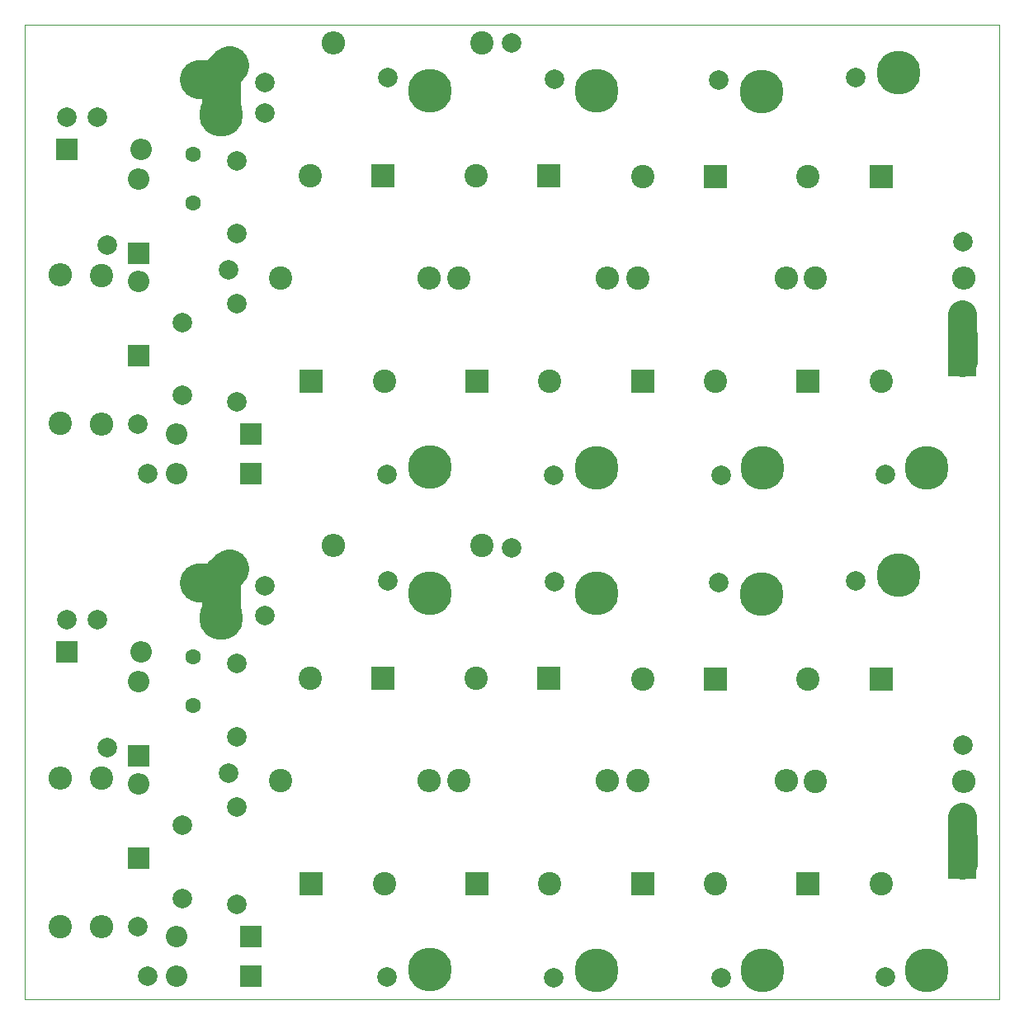
<source format=gbr>
G04 #@! TF.GenerationSoftware,KiCad,Pcbnew,5.1.4-e60b266~84~ubuntu16.04.1*
G04 #@! TF.CreationDate,2019-10-09T11:36:19-05:00*
G04 #@! TF.ProjectId,8cap,38636170-2e6b-4696-9361-645f70636258,rev?*
G04 #@! TF.SameCoordinates,Original*
G04 #@! TF.FileFunction,Copper,L1,Top*
G04 #@! TF.FilePolarity,Positive*
%FSLAX46Y46*%
G04 Gerber Fmt 4.6, Leading zero omitted, Abs format (unit mm)*
G04 Created by KiCad (PCBNEW 5.1.4-e60b266~84~ubuntu16.04.1) date 2019-10-09 11:36:19*
%MOMM*%
%LPD*%
G04 APERTURE LIST*
G04 #@! TA.AperFunction,NonConductor*
%ADD10C,0.050000*%
G04 #@! TD*
G04 #@! TA.AperFunction,ComponentPad*
%ADD11R,2.400000X2.400000*%
G04 #@! TD*
G04 #@! TA.AperFunction,ComponentPad*
%ADD12C,2.400000*%
G04 #@! TD*
G04 #@! TA.AperFunction,ComponentPad*
%ADD13C,4.500880*%
G04 #@! TD*
G04 #@! TA.AperFunction,ComponentPad*
%ADD14C,1.998980*%
G04 #@! TD*
G04 #@! TA.AperFunction,ComponentPad*
%ADD15R,2.200000X2.200000*%
G04 #@! TD*
G04 #@! TA.AperFunction,ComponentPad*
%ADD16O,2.200000X2.200000*%
G04 #@! TD*
G04 #@! TA.AperFunction,ComponentPad*
%ADD17O,2.400000X2.400000*%
G04 #@! TD*
G04 #@! TA.AperFunction,SMDPad,CuDef*
%ADD18R,3.000000X3.000000*%
G04 #@! TD*
G04 #@! TA.AperFunction,ComponentPad*
%ADD19C,2.000000*%
G04 #@! TD*
G04 #@! TA.AperFunction,ComponentPad*
%ADD20C,1.600000*%
G04 #@! TD*
G04 #@! TA.AperFunction,ViaPad*
%ADD21C,0.800000*%
G04 #@! TD*
G04 #@! TA.AperFunction,Conductor*
%ADD22C,4.000000*%
G04 #@! TD*
G04 #@! TA.AperFunction,Conductor*
%ADD23C,3.000000*%
G04 #@! TD*
G04 APERTURE END LIST*
D10*
X100000000Y-150000000D02*
X100000000Y-50000000D01*
X200000000Y-150000000D02*
X100000000Y-150000000D01*
X200000000Y-50000000D02*
X200000000Y-150000000D01*
X100000000Y-50000000D02*
X200000000Y-50000000D01*
D11*
G04 #@! TO.P,C5,1*
G04 #@! TO.N,N/C*
X180390000Y-86550000D03*
D12*
G04 #@! TO.P,C5,2*
X187890000Y-86550000D03*
G04 #@! TD*
D11*
G04 #@! TO.P,C6,1*
G04 #@! TO.N,N/C*
X163390000Y-86550000D03*
D12*
G04 #@! TO.P,C6,2*
X170890000Y-86550000D03*
G04 #@! TD*
D13*
G04 #@! TO.P,V7,1*
G04 #@! TO.N,N/C*
X158690000Y-95450000D03*
G04 #@! TD*
G04 #@! TO.P,V8,1*
G04 #@! TO.N,N/C*
X141590000Y-95350000D03*
G04 #@! TD*
D14*
G04 #@! TO.P,AC1,1*
G04 #@! TO.N,N/C*
X108500000Y-72600000D03*
G04 #@! TD*
G04 #@! TO.P,AC2,1*
G04 #@! TO.N,N/C*
X112590000Y-96050000D03*
G04 #@! TD*
D15*
G04 #@! TO.P,D2,1*
G04 #@! TO.N,N/C*
X104290000Y-62750000D03*
D16*
G04 #@! TO.P,D2,2*
X111910000Y-62750000D03*
G04 #@! TD*
D14*
G04 #@! TO.P,V7,1*
G04 #@! TO.N,N/C*
X154300000Y-96200000D03*
G04 #@! TD*
G04 #@! TO.P,V8,1*
G04 #@! TO.N,N/C*
X137200000Y-96100000D03*
G04 #@! TD*
D15*
G04 #@! TO.P,D1,1*
G04 #@! TO.N,N/C*
X111690000Y-73450000D03*
D16*
G04 #@! TO.P,D1,2*
X111690000Y-65830000D03*
G04 #@! TD*
D12*
G04 #@! TO.P,R3,1*
G04 #@! TO.N,N/C*
X162930000Y-75960000D03*
D17*
G04 #@! TO.P,R3,2*
X178170000Y-75960000D03*
G04 #@! TD*
D13*
G04 #@! TO.P,V5,1*
G04 #@! TO.N,N/C*
X192590000Y-95450000D03*
G04 #@! TD*
G04 #@! TO.P,V6,1*
G04 #@! TO.N,N/C*
X175690000Y-95450000D03*
G04 #@! TD*
D12*
G04 #@! TO.P,R5,1*
G04 #@! TO.N,N/C*
X126220000Y-75960000D03*
D17*
G04 #@! TO.P,R5,2*
X141460000Y-75960000D03*
G04 #@! TD*
D14*
G04 #@! TO.P,AC2,1*
G04 #@! TO.N,N/C*
X107470000Y-59450000D03*
G04 #@! TD*
G04 #@! TO.P,PROBE,1*
G04 #@! TO.N,N/C*
X196300000Y-72300000D03*
G04 #@! TD*
G04 #@! TO.P,V0,1*
G04 #@! TO.N,N/C*
X124690000Y-59050000D03*
G04 #@! TD*
D12*
G04 #@! TO.P,R7,1*
G04 #@! TO.N,N/C*
X103690000Y-90900000D03*
D17*
G04 #@! TO.P,R7,2*
X103690000Y-75660000D03*
G04 #@! TD*
D15*
G04 #@! TO.P,D3,1*
G04 #@! TO.N,N/C*
X111690000Y-83950000D03*
D16*
G04 #@! TO.P,D3,2*
X111690000Y-76330000D03*
G04 #@! TD*
D18*
G04 #@! TO.P,V0,1*
G04 #@! TO.N,N/C*
X120990000Y-54150000D03*
G04 #@! TD*
D14*
G04 #@! TO.P,PROBE,1*
G04 #@! TO.N,N/C*
X150000000Y-51900000D03*
G04 #@! TD*
G04 #@! TO.P,AC2,1*
G04 #@! TO.N,N/C*
X104340000Y-59450000D03*
G04 #@! TD*
D15*
G04 #@! TO.P,D5,1*
G04 #@! TO.N,N/C*
X123210000Y-91950000D03*
D16*
G04 #@! TO.P,D5,2*
X115590000Y-91950000D03*
G04 #@! TD*
D14*
G04 #@! TO.P,TRIG,1*
G04 #@! TO.N,N/C*
X120890000Y-75150000D03*
G04 #@! TD*
G04 #@! TO.P,AC0,1*
G04 #@! TO.N,N/C*
X111600000Y-90950000D03*
G04 #@! TD*
D13*
G04 #@! TO.P,V1,1*
G04 #@! TO.N,N/C*
X141590000Y-56750000D03*
G04 #@! TD*
G04 #@! TO.P,V2,1*
G04 #@! TO.N,N/C*
X158690000Y-56750000D03*
G04 #@! TD*
D12*
G04 #@! TO.P,R2,1*
G04 #@! TO.N,N/C*
X181150000Y-76030000D03*
D17*
G04 #@! TO.P,R2,2*
X196390000Y-76030000D03*
G04 #@! TD*
D13*
G04 #@! TO.P,V3,1*
G04 #@! TO.N,N/C*
X175590000Y-56850000D03*
G04 #@! TD*
G04 #@! TO.P,V4,1*
G04 #@! TO.N,N/C*
X189700000Y-54900000D03*
G04 #@! TD*
D14*
G04 #@! TO.P,V0,1*
G04 #@! TO.N,N/C*
X124690000Y-55950000D03*
G04 #@! TD*
D13*
G04 #@! TO.P,V0,1*
G04 #@! TO.N,N/C*
X120190000Y-59250000D03*
G04 #@! TD*
D14*
G04 #@! TO.P,V3,1*
G04 #@! TO.N,N/C*
X171190000Y-55650000D03*
G04 #@! TD*
G04 #@! TO.P,V4,1*
G04 #@! TO.N,N/C*
X185250000Y-55450000D03*
G04 #@! TD*
D12*
G04 #@! TO.P,R1,1*
G04 #@! TO.N,N/C*
X146890000Y-51850000D03*
D17*
G04 #@! TO.P,R1,2*
X131650000Y-51850000D03*
G04 #@! TD*
D11*
G04 #@! TO.P,C1,1*
G04 #@! TO.N,N/C*
X136790000Y-65450000D03*
D12*
G04 #@! TO.P,C1,2*
X129290000Y-65450000D03*
G04 #@! TD*
D11*
G04 #@! TO.P,C2,1*
G04 #@! TO.N,N/C*
X153790000Y-65450000D03*
D12*
G04 #@! TO.P,C2,2*
X146290000Y-65450000D03*
G04 #@! TD*
D11*
G04 #@! TO.P,C3,1*
G04 #@! TO.N,N/C*
X170890000Y-65550000D03*
D12*
G04 #@! TO.P,C3,2*
X163390000Y-65550000D03*
G04 #@! TD*
D11*
G04 #@! TO.P,C4,1*
G04 #@! TO.N,N/C*
X187890000Y-65550000D03*
D12*
G04 #@! TO.P,C4,2*
X180390000Y-65550000D03*
G04 #@! TD*
D15*
G04 #@! TO.P,D4,1*
G04 #@! TO.N,N/C*
X123190000Y-96050000D03*
D16*
G04 #@! TO.P,D4,2*
X115570000Y-96050000D03*
G04 #@! TD*
D14*
G04 #@! TO.P,PROBE,1*
G04 #@! TO.N,N/C*
X196200000Y-79700000D03*
G04 #@! TD*
D19*
G04 #@! TO.P,C12,1*
G04 #@! TO.N,N/C*
X121790000Y-88650000D03*
G04 #@! TO.P,C12,2*
X121790000Y-78650000D03*
G04 #@! TD*
D12*
G04 #@! TO.P,R6,1*
G04 #@! TO.N,N/C*
X107900000Y-75700000D03*
D17*
G04 #@! TO.P,R6,2*
X107900000Y-90940000D03*
G04 #@! TD*
D18*
G04 #@! TO.P,PROBE,1*
G04 #@! TO.N,N/C*
X196200000Y-84600000D03*
G04 #@! TD*
D12*
G04 #@! TO.P,R4,1*
G04 #@! TO.N,N/C*
X144580000Y-75960000D03*
D17*
G04 #@! TO.P,R4,2*
X159820000Y-75960000D03*
G04 #@! TD*
D19*
G04 #@! TO.P,C11,1*
G04 #@! TO.N,N/C*
X121790000Y-71450000D03*
G04 #@! TO.P,C11,2*
X121790000Y-63950000D03*
G04 #@! TD*
G04 #@! TO.P,C10,1*
G04 #@! TO.N,N/C*
X116190000Y-88050000D03*
G04 #@! TO.P,C10,2*
X116190000Y-80550000D03*
G04 #@! TD*
D11*
G04 #@! TO.P,C7,1*
G04 #@! TO.N,N/C*
X146390000Y-86550000D03*
D12*
G04 #@! TO.P,C7,2*
X153890000Y-86550000D03*
G04 #@! TD*
D20*
G04 #@! TO.P,C9,1*
G04 #@! TO.N,N/C*
X117290000Y-68250000D03*
G04 #@! TO.P,C9,2*
X117290000Y-63250000D03*
G04 #@! TD*
D14*
G04 #@! TO.P,V5,1*
G04 #@! TO.N,N/C*
X188300000Y-96100000D03*
G04 #@! TD*
G04 #@! TO.P,V6,1*
G04 #@! TO.N,N/C*
X171500000Y-96200000D03*
G04 #@! TD*
G04 #@! TO.P,V1,1*
G04 #@! TO.N,N/C*
X137290000Y-55450000D03*
G04 #@! TD*
G04 #@! TO.P,V2,1*
G04 #@! TO.N,N/C*
X154390000Y-55550000D03*
G04 #@! TD*
D11*
G04 #@! TO.P,C8,1*
G04 #@! TO.N,N/C*
X129390000Y-86550000D03*
D12*
G04 #@! TO.P,C8,2*
X136890000Y-86550000D03*
G04 #@! TD*
D14*
G04 #@! TO.P,PROBE,1*
G04 #@! TO.N,PROBE*
X196200000Y-131300000D03*
G04 #@! TD*
G04 #@! TO.P,AC2,1*
G04 #@! TO.N,AC2*
X104340000Y-111050000D03*
G04 #@! TD*
G04 #@! TO.P,AC2,1*
G04 #@! TO.N,AC2*
X107470000Y-111050000D03*
G04 #@! TD*
D17*
G04 #@! TO.P,R7,2*
G04 #@! TO.N,AC1*
X103690000Y-127260000D03*
D12*
G04 #@! TO.P,R7,1*
G04 #@! TO.N,AC0*
X103690000Y-142500000D03*
G04 #@! TD*
D17*
G04 #@! TO.P,R6,2*
G04 #@! TO.N,AC0*
X107900000Y-142540000D03*
D12*
G04 #@! TO.P,R6,1*
G04 #@! TO.N,AC1*
X107900000Y-127300000D03*
G04 #@! TD*
D17*
G04 #@! TO.P,R5,2*
G04 #@! TO.N,Net-(R4-Pad1)*
X141460000Y-127560000D03*
D12*
G04 #@! TO.P,R5,1*
G04 #@! TO.N,V8*
X126220000Y-127560000D03*
G04 #@! TD*
D17*
G04 #@! TO.P,R4,2*
G04 #@! TO.N,Net-(R3-Pad1)*
X159820000Y-127560000D03*
D12*
G04 #@! TO.P,R4,1*
G04 #@! TO.N,Net-(R4-Pad1)*
X144580000Y-127560000D03*
G04 #@! TD*
D17*
G04 #@! TO.P,R3,2*
G04 #@! TO.N,Net-(R2-Pad1)*
X178170000Y-127560000D03*
D12*
G04 #@! TO.P,R3,1*
G04 #@! TO.N,Net-(R3-Pad1)*
X162930000Y-127560000D03*
G04 #@! TD*
D17*
G04 #@! TO.P,R2,2*
G04 #@! TO.N,PROBE*
X196390000Y-127630000D03*
D12*
G04 #@! TO.P,R2,1*
G04 #@! TO.N,Net-(R2-Pad1)*
X181150000Y-127630000D03*
G04 #@! TD*
D17*
G04 #@! TO.P,R1,2*
G04 #@! TO.N,V0*
X131650000Y-103450000D03*
D12*
G04 #@! TO.P,R1,1*
G04 #@! TO.N,PROBE*
X146890000Y-103450000D03*
G04 #@! TD*
D14*
G04 #@! TO.P,AC0,1*
G04 #@! TO.N,AC0*
X111600000Y-142550000D03*
G04 #@! TD*
G04 #@! TO.P,TRIG,1*
G04 #@! TO.N,TRIG*
X120890000Y-126750000D03*
G04 #@! TD*
D13*
G04 #@! TO.P,V8,1*
G04 #@! TO.N,V8*
X141590000Y-146950000D03*
G04 #@! TD*
G04 #@! TO.P,V7,1*
G04 #@! TO.N,V7*
X158690000Y-147050000D03*
G04 #@! TD*
G04 #@! TO.P,V6,1*
G04 #@! TO.N,V6*
X175690000Y-147050000D03*
G04 #@! TD*
G04 #@! TO.P,V5,1*
G04 #@! TO.N,V5*
X192590000Y-147050000D03*
G04 #@! TD*
G04 #@! TO.P,V4,1*
G04 #@! TO.N,V4*
X189700000Y-106500000D03*
G04 #@! TD*
G04 #@! TO.P,V3,1*
G04 #@! TO.N,V3*
X175590000Y-108450000D03*
G04 #@! TD*
G04 #@! TO.P,V2,1*
G04 #@! TO.N,V2*
X158690000Y-108350000D03*
G04 #@! TD*
G04 #@! TO.P,V1,1*
G04 #@! TO.N,V1*
X141590000Y-108350000D03*
G04 #@! TD*
G04 #@! TO.P,V0,1*
G04 #@! TO.N,V0*
X120190000Y-110850000D03*
G04 #@! TD*
D14*
G04 #@! TO.P,V0,1*
G04 #@! TO.N,V0*
X124690000Y-107550000D03*
G04 #@! TD*
G04 #@! TO.P,PROBE,1*
G04 #@! TO.N,PROBE*
X150000000Y-103700000D03*
G04 #@! TD*
D18*
G04 #@! TO.P,V0,1*
G04 #@! TO.N,V0*
X120990000Y-105750000D03*
G04 #@! TD*
G04 #@! TO.P,PROBE,1*
G04 #@! TO.N,PROBE*
X196200000Y-136200000D03*
G04 #@! TD*
D14*
G04 #@! TO.P,V8,1*
G04 #@! TO.N,V8*
X137200000Y-147700000D03*
G04 #@! TD*
G04 #@! TO.P,V7,1*
G04 #@! TO.N,V7*
X154300000Y-147800000D03*
G04 #@! TD*
G04 #@! TO.P,V6,1*
G04 #@! TO.N,V6*
X171500000Y-147800000D03*
G04 #@! TD*
G04 #@! TO.P,V5,1*
G04 #@! TO.N,V5*
X188300000Y-147700000D03*
G04 #@! TD*
G04 #@! TO.P,V4,1*
G04 #@! TO.N,V4*
X185250000Y-107050000D03*
G04 #@! TD*
G04 #@! TO.P,V3,1*
G04 #@! TO.N,V3*
X171190000Y-107250000D03*
G04 #@! TD*
G04 #@! TO.P,V2,1*
G04 #@! TO.N,V2*
X154390000Y-107150000D03*
G04 #@! TD*
G04 #@! TO.P,V1,1*
G04 #@! TO.N,V1*
X137290000Y-107050000D03*
G04 #@! TD*
G04 #@! TO.P,V0,1*
G04 #@! TO.N,V0*
X124690000Y-110650000D03*
G04 #@! TD*
G04 #@! TO.P,PROBE,1*
G04 #@! TO.N,PROBE*
X196300000Y-123900000D03*
G04 #@! TD*
G04 #@! TO.P,AC2,1*
G04 #@! TO.N,AC2*
X112590000Y-147650000D03*
G04 #@! TD*
G04 #@! TO.P,AC1,1*
G04 #@! TO.N,AC1*
X108500000Y-124200000D03*
G04 #@! TD*
D16*
G04 #@! TO.P,D5,2*
G04 #@! TO.N,Net-(C10-Pad1)*
X115590000Y-143550000D03*
D15*
G04 #@! TO.P,D5,1*
G04 #@! TO.N,V8*
X123210000Y-143550000D03*
G04 #@! TD*
D16*
G04 #@! TO.P,D4,2*
G04 #@! TO.N,AC2*
X115570000Y-147650000D03*
D15*
G04 #@! TO.P,D4,1*
G04 #@! TO.N,V8*
X123190000Y-147650000D03*
G04 #@! TD*
D16*
G04 #@! TO.P,D3,2*
G04 #@! TO.N,AC1*
X111690000Y-127930000D03*
D15*
G04 #@! TO.P,D3,1*
G04 #@! TO.N,Net-(C10-Pad1)*
X111690000Y-135550000D03*
G04 #@! TD*
D16*
G04 #@! TO.P,D2,2*
G04 #@! TO.N,V0*
X111910000Y-114350000D03*
D15*
G04 #@! TO.P,D2,1*
G04 #@! TO.N,AC2*
X104290000Y-114350000D03*
G04 #@! TD*
D16*
G04 #@! TO.P,D1,2*
G04 #@! TO.N,V0*
X111690000Y-117430000D03*
D15*
G04 #@! TO.P,D1,1*
G04 #@! TO.N,AC1*
X111690000Y-125050000D03*
G04 #@! TD*
D19*
G04 #@! TO.P,C12,2*
G04 #@! TO.N,TRIG*
X121790000Y-130250000D03*
G04 #@! TO.P,C12,1*
G04 #@! TO.N,Net-(C10-Pad1)*
X121790000Y-140250000D03*
G04 #@! TD*
G04 #@! TO.P,C11,2*
G04 #@! TO.N,V0*
X121790000Y-115550000D03*
G04 #@! TO.P,C11,1*
G04 #@! TO.N,TRIG*
X121790000Y-123050000D03*
G04 #@! TD*
G04 #@! TO.P,C10,2*
G04 #@! TO.N,TRIG*
X116190000Y-132150000D03*
G04 #@! TO.P,C10,1*
G04 #@! TO.N,Net-(C10-Pad1)*
X116190000Y-139650000D03*
G04 #@! TD*
D20*
G04 #@! TO.P,C9,2*
G04 #@! TO.N,V0*
X117290000Y-114850000D03*
G04 #@! TO.P,C9,1*
G04 #@! TO.N,TRIG*
X117290000Y-119850000D03*
G04 #@! TD*
D12*
G04 #@! TO.P,C8,2*
G04 #@! TO.N,V7*
X136890000Y-138150000D03*
D11*
G04 #@! TO.P,C8,1*
G04 #@! TO.N,V8*
X129390000Y-138150000D03*
G04 #@! TD*
D12*
G04 #@! TO.P,C7,2*
G04 #@! TO.N,V6*
X153890000Y-138150000D03*
D11*
G04 #@! TO.P,C7,1*
G04 #@! TO.N,V7*
X146390000Y-138150000D03*
G04 #@! TD*
D12*
G04 #@! TO.P,C6,2*
G04 #@! TO.N,V5*
X170890000Y-138150000D03*
D11*
G04 #@! TO.P,C6,1*
G04 #@! TO.N,V6*
X163390000Y-138150000D03*
G04 #@! TD*
D12*
G04 #@! TO.P,C5,2*
G04 #@! TO.N,V4*
X187890000Y-138150000D03*
D11*
G04 #@! TO.P,C5,1*
G04 #@! TO.N,V5*
X180390000Y-138150000D03*
G04 #@! TD*
D12*
G04 #@! TO.P,C4,2*
G04 #@! TO.N,V3*
X180390000Y-117150000D03*
D11*
G04 #@! TO.P,C4,1*
G04 #@! TO.N,V4*
X187890000Y-117150000D03*
G04 #@! TD*
D12*
G04 #@! TO.P,C3,2*
G04 #@! TO.N,V2*
X163390000Y-117150000D03*
D11*
G04 #@! TO.P,C3,1*
G04 #@! TO.N,V3*
X170890000Y-117150000D03*
G04 #@! TD*
D12*
G04 #@! TO.P,C2,2*
G04 #@! TO.N,V1*
X146290000Y-117050000D03*
D11*
G04 #@! TO.P,C2,1*
G04 #@! TO.N,V2*
X153790000Y-117050000D03*
G04 #@! TD*
D12*
G04 #@! TO.P,C1,2*
G04 #@! TO.N,V0*
X129290000Y-117050000D03*
D11*
G04 #@! TO.P,C1,1*
G04 #@! TO.N,V1*
X136790000Y-117050000D03*
G04 #@! TD*
D21*
G04 #@! TO.N,*
X117900000Y-55600000D03*
X196300000Y-81800000D03*
G04 #@! TO.N,V0*
X117900000Y-107200000D03*
G04 #@! TO.N,PROBE*
X196300000Y-133400000D03*
G04 #@! TD*
D22*
G04 #@! TO.N,*
X119540000Y-55600000D02*
X120990000Y-54150000D01*
X117900000Y-55600000D02*
X119540000Y-55600000D01*
X120190000Y-59250000D02*
X120190000Y-54950000D01*
X120190000Y-54950000D02*
X120990000Y-54150000D01*
D23*
X196300000Y-84500000D02*
X196200000Y-84600000D01*
X196300000Y-81800000D02*
X196300000Y-84500000D01*
X196200000Y-79700000D02*
X196200000Y-84600000D01*
D22*
G04 #@! TO.N,V0*
X119540000Y-107200000D02*
X120990000Y-105750000D01*
X117900000Y-107200000D02*
X119540000Y-107200000D01*
X120190000Y-106550000D02*
X120990000Y-105750000D01*
X120190000Y-110850000D02*
X120190000Y-106550000D01*
D23*
G04 #@! TO.N,PROBE*
X196300000Y-136100000D02*
X196200000Y-136200000D01*
X196300000Y-133400000D02*
X196300000Y-136100000D01*
X196200000Y-131300000D02*
X196200000Y-136200000D01*
G04 #@! TD*
M02*

</source>
